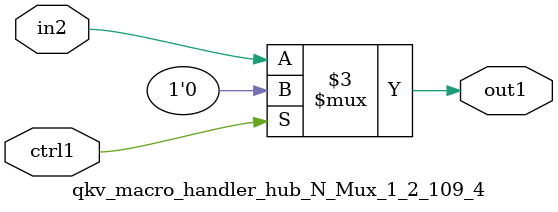
<source format=v>

`timescale 1ps / 1ps


module qkv_macro_handler_hub_N_Mux_1_2_109_4( in2, ctrl1, out1 );

    input in2;
    input ctrl1;
    output out1;
    reg out1;

    
    // rtl_process:qkv_macro_handler_hub_N_Mux_1_2_109_4/qkv_macro_handler_hub_N_Mux_1_2_109_4_thread_1
    always @*
      begin : qkv_macro_handler_hub_N_Mux_1_2_109_4_thread_1
        case (ctrl1) 
          1'b1: 
            begin
              out1 = 1'b0;
            end
          default: 
            begin
              out1 = in2;
            end
        endcase
      end

endmodule





</source>
